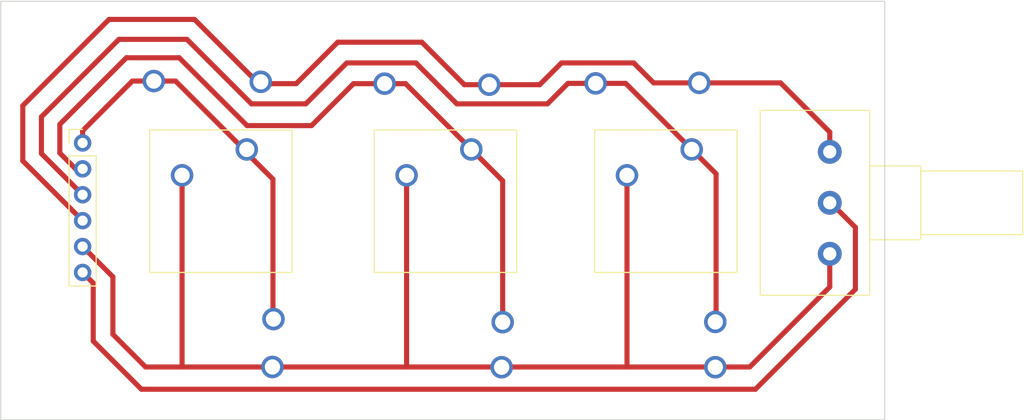
<source format=kicad_pcb>
(kicad_pcb (version 20211014) (generator pcbnew)
  (layers (0 "F.Cu" signal) (31 "B.Cu" signal) (36 "B.SilkS" user "B.Silkscreen") (37 "F.SilkS" user "F.Silkscreen") (38 "B.Mask" user) (39 "F.Mask" user) (44 "Edge.Cuts" user))
  (net 0 "")
  (footprint "" (layer "F.Cu") (at 69.6214 54.102)
    (fp_text reference "" (at 0 0) (layer "F.SilkS") (effects (font (size 1.27 1.27))))
    (fp_text value "" (at 0 0) (layer "F.SilkS") (effects (font (size 1.27 1.27))))
    (pad "" np_thru_hole circle (at 0 0) (size 2.2 2.2) (drill 1.5) (layers F&B.Cu *.Mask))
  )
  (footprint "" (layer "F.Cu") (at 112.9538 58.8264)
    (fp_text reference "" (at 0 0) (layer "F.SilkS") (effects (font (size 1.27 1.27))))
    (fp_text value "" (at 0 0) (layer "F.SilkS") (effects (font (size 1.27 1.27))))
    (pad "" np_thru_hole circle (at 0 0) (size 2.2 2.2) (drill 1.5) (layers F&B.Cu *.Mask))
  )
  (footprint "" (layer "F.Cu") (at 69.5198 58.801)
    (fp_text reference "" (at 0 0) (layer "F.SilkS") (effects (font (size 1.27 1.27))))
    (fp_text value "" (at 0 0) (layer "F.SilkS") (effects (font (size 1.27 1.27))))
    (pad "" np_thru_hole circle (at 0 0) (size 2.2 2.2) (drill 1.5) (layers F&B.Cu *.Mask))
  )
  (footprint "" (layer "F.Cu") (at 80.518 31.0134)
    (fp_text reference "" (at 0 0) (layer "F.SilkS") (effects (font (size 1.27 1.27))))
    (fp_text value "" (at 0 0) (layer "F.SilkS") (effects (font (size 1.27 1.27))))
    (pad "" np_thru_hole circle (at 0 0) (size 2.2 2.2) (drill 1.5) (layers F&B.Cu *.Mask))
  )
  (footprint "" (layer "F.Cu") (at 57.8866 30.7594)
    (fp_text reference "" (at 0 0) (layer "F.SilkS") (effects (font (size 1.27 1.27))))
    (fp_text value "" (at 0 0) (layer "F.SilkS") (effects (font (size 1.27 1.27))))
    (pad "" np_thru_hole circle (at 0 0) (size 2.2 2.2) (drill 1.5) (layers F&B.Cu *.Mask))
  )
  (footprint "Button_Switch_Keyboard:SW_Cherry_MX_1.00u_Plate" (layer "F.Cu") (at 110.6424 37.465)
    (fp_text reference "REF**" hide)
    (fp_text value "SW_Cherry_MX_1.00u_Plate" hide)
    (fp_line (start -9.525 12.065) (end -9.525 -1.905) (layer "F.SilkS") (width 0.12))
    (fp_line (start -9.525 -1.905) (end 4.445 -1.905) (layer "F.SilkS") (width 0.12))
    (fp_line (start 4.445 -1.905) (end 4.445 12.065) (layer "F.SilkS") (width 0.12))
    (fp_line (start 4.445 12.065) (end -9.525 12.065) (layer "F.SilkS") (width 0.12))
    (pad "" np_thru_hole circle (at 0 0) (size 2.2 2.2) (drill 1.5) (layers F&B.Cu *.Mask))
    (pad "" np_thru_hole circle (at -2.54 5.08) (size 4 4) (drill 4) (layers *.Cu *.Mask))
    (pad "" np_thru_hole circle (at -6.35 2.54) (size 2.2 2.2) (drill 1.5) (layers F&B.Cu *.Mask))
  )
  (footprint "" (layer "F.Cu") (at 101.219 30.988)
    (fp_text reference "" (at 0 0) (layer "F.SilkS") (effects (font (size 1.27 1.27))))
    (fp_text value "" (at 0 0) (layer "F.SilkS") (effects (font (size 1.27 1.27))))
    (pad "" np_thru_hole circle (at 0 0) (size 2.2 2.2) (drill 1.5) (layers F&B.Cu *.Mask))
  )
  (footprint "" (layer "F.Cu") (at 90.7796 31.115)
    (fp_text reference "" (at 0 0) (layer "F.SilkS") (effects (font (size 1.27 1.27))))
    (fp_text value "" (at 0 0) (layer "F.SilkS") (effects (font (size 1.27 1.27))))
    (pad "" np_thru_hole circle (at 0 0) (size 2.2 2.2) (drill 1.5) (layers F&B.Cu *.Mask))
  )
  (footprint "" (layer "F.Cu") (at 91.9988 58.8264)
    (fp_text reference "" (at 0 0) (layer "F.SilkS") (effects (font (size 1.27 1.27))))
    (fp_text value "" (at 0 0) (layer "F.SilkS") (effects (font (size 1.27 1.27))))
    (pad "" np_thru_hole circle (at 0 0) (size 2.2 2.2) (drill 1.5) (layers F&B.Cu *.Mask))
  )
  (footprint "Connector_PinHeader_2.54mm:PinHeader_1x06_P2.54mm_Vertical" (layer "F.Cu") (at 50.9016 36.83)
    (fp_text reference "REF**" hide)
    (fp_text value "PinHeader_1x06_P2.54mm_Vertical" hide)
    (fp_line (start -1.33 14.03) (end 1.33 14.03) (layer "F.SilkS") (width 0.12))
    (fp_line (start 1.33 1.27) (end 1.33 14.03) (layer "F.SilkS") (width 0.12))
    (fp_line (start -1.33 1.27) (end -1.33 14.03) (layer "F.SilkS") (width 0.12))
    (fp_line (start -1.33 -1.33) (end 0 -1.33) (layer "F.SilkS") (width 0.12))
    (fp_line (start -1.33 0) (end -1.33 -1.33) (layer "F.SilkS") (width 0.12))
    (fp_line (start -1.33 1.27) (end 1.33 1.27) (layer "F.SilkS") (width 0.12))
    (pad "" np_thru_hole oval (at 0 7.62) (size 1.7 1.7) (drill 1) (layers F&B.Cu *.Mask))
    (pad "" np_thru_hole oval (at 0 10.16) (size 1.7 1.7) (drill 1) (layers F&B.Cu *.Mask))
    (pad "" np_thru_hole oval (at 0 12.7) (size 1.7 1.7) (drill 1) (layers F&B.Cu *.Mask))
    (pad "" np_thru_hole oval (at 0 5.08) (size 1.7 1.7) (drill 1) (layers F&B.Cu *.Mask))
    (pad "" np_thru_hole oval (at 0 2.54) (size 1.7 1.7) (drill 1) (layers F&B.Cu *.Mask))
    (pad "" np_thru_hole circle (at 0 0) (size 1.7 1.7) (drill 1) (layers F&B.Cu *.Mask))
  )
  (footprint "Button_Switch_Keyboard:SW_Cherry_MX_1.00u_Plate" (layer "F.Cu") (at 67.0052 37.465)
    (fp_text reference "REF**" hide)
    (fp_text value "SW_Cherry_MX_1.00u_Plate" hide)
    (fp_line (start -9.525 -1.905) (end 4.445 -1.905) (layer "F.SilkS") (width 0.12))
    (fp_line (start -9.525 12.065) (end -9.525 -1.905) (layer "F.SilkS") (width 0.12))
    (fp_line (start 4.445 12.065) (end -9.525 12.065) (layer "F.SilkS") (width 0.12))
    (fp_line (start 4.445 -1.905) (end 4.445 12.065) (layer "F.SilkS") (width 0.12))
    (pad "" np_thru_hole circle (at -2.54 5.08) (size 4 4) (drill 4) (layers F&B.Cu *.Mask))
    (pad "" np_thru_hole circle (at 0 0) (size 2.2 2.2) (drill 1.5) (layers F&B.Cu *.Mask))
    (pad "" np_thru_hole circle (at -6.35 2.54) (size 2.2 2.2) (drill 1.5) (layers F&B.Cu *.Mask))
  )
  (footprint "" (layer "F.Cu") (at 68.3768 30.8356)
    (fp_text reference "" (at 0 0) (layer "F.SilkS") (effects (font (size 1.27 1.27))))
    (fp_text value "" (at 0 0) (layer "F.SilkS") (effects (font (size 1.27 1.27))))
    (pad "" np_thru_hole circle (at 0 0) (size 2.2 2.2) (drill 1.5) (layers F&B.Cu *.Mask))
  )
  (footprint "" (layer "F.Cu") (at 111.379 30.9372)
    (fp_text reference "" (at 0 0) (layer "F.SilkS") (effects (font (size 1.27 1.27))))
    (fp_text value "" (at 0 0) (layer "F.SilkS") (effects (font (size 1.27 1.27))))
    (pad "" np_thru_hole circle (at 0 0) (size 2.2 2.2) (drill 1.5) (layers F&B.Cu *.Mask))
  )
  (footprint "" (layer "F.Cu") (at 92.1004 54.4068)
    (fp_text reference "" (at 0 0) (layer "F.SilkS") (effects (font (size 1.27 1.27))))
    (fp_text value "" (at 0 0) (layer "F.SilkS") (effects (font (size 1.27 1.27))))
    (pad "" np_thru_hole circle (at 0 0) (size 2.2 2.2) (drill 1.5) (layers F&B.Cu *.Mask))
  )
  (footprint "Button_Switch_Keyboard:SW_Cherry_MX_1.00u_Plate" (layer "F.Cu") (at 89.027 37.465)
    (fp_text reference "REF**" hide)
    (fp_text value "SW_Cherry_MX_1.00u_Plate" hide)
    (fp_line (start 4.445 12.065) (end -9.525 12.065) (layer "F.SilkS") (width 0.12))
    (fp_line (start -9.525 12.065) (end -9.525 -1.905) (layer "F.SilkS") (width 0.12))
    (fp_line (start 4.445 -1.905) (end 4.445 12.065) (layer "F.SilkS") (width 0.12))
    (fp_line (start -9.525 -1.905) (end 4.445 -1.905) (layer "F.SilkS") (width 0.12))
    (pad "" np_thru_hole circle (at -6.35 2.54) (size 2.2 2.2) (drill 1.5) (layers F&B.Cu *.Mask))
    (pad "" np_thru_hole circle (at -2.54 5.08) (size 4 4) (drill 4) (layers *.Cu *.Mask))
    (pad "" np_thru_hole circle (at 0 0) (size 2.2 2.2) (drill 1.5) (layers F&B.Cu *.Mask))
  )
  (footprint "" (layer "F.Cu") (at 112.9538 54.3814)
    (fp_text reference "" (at 0 0) (layer "F.SilkS") (effects (font (size 1.27 1.27))))
    (fp_text value "" (at 0 0) (layer "F.SilkS") (effects (font (size 1.27 1.27))))
    (pad "" np_thru_hole circle (at 0 0) (size 2.2 2.2) (drill 1.5) (layers F&B.Cu *.Mask))
  )
  (footprint "Potentiometer_THT:Potentiometer_Alps_RK163_Single_Horizontal" (layer "F.Cu") (at 124.1806 47.7012)
    (fp_text reference "REF**" hide)
    (fp_text value "Potentiometer_Alps_RK163_Single_Horizontal" hide)
    (fp_line (start -6.82 -14.07) (end -6.82 4.07) (layer "F.SilkS") (width 0.12))
    (fp_line (start 3.92 -14.07) (end 3.92 4.07) (layer "F.SilkS") (width 0.12))
    (fp_line (start 3.92 -8.62) (end 3.92 -1.38) (layer "F.SilkS") (width 0.12))
    (fp_line (start -6.82 -14.07) (end 3.92 -14.07) (layer "F.SilkS") (width 0.12))
    (fp_line (start 8.92 -8.12) (end 8.92 -1.879) (layer "F.SilkS") (width 0.12))
    (fp_line (start 18.92 -8.12) (end 18.92 -1.879) (layer "F.SilkS") (width 0.12))
    (fp_line (start 3.92 -1.38) (end 8.92 -1.38) (layer "F.SilkS") (width 0.12))
    (fp_line (start 3.92 -8.62) (end 8.92 -8.62) (layer "F.SilkS") (width 0.12))
    (fp_line (start 8.92 -8.12) (end 18.92 -8.12) (layer "F.SilkS") (width 0.12))
    (fp_line (start -6.82 4.07) (end 3.92 4.07) (layer "F.SilkS") (width 0.12))
    (fp_line (start 8.92 -1.879) (end 18.92 -1.879) (layer "F.SilkS") (width 0.12))
    (fp_line (start 8.92 -8.62) (end 8.92 -1.38) (layer "F.SilkS") (width 0.12))
    (pad "" np_thru_hole circle (at 0 -5) (size 2.34 2.34) (drill 1.3) (layers F&B.Cu *.Mask))
    (pad "" np_thru_hole circle (at 0 0) (size 2.34 2.34) (drill 1.3) (layers F&B.Cu *.Mask))
    (pad "" np_thru_hole circle (at 0 -10) (size 2.34 2.34) (drill 1.3) (layers F&B.Cu *.Mask))
  )
  (gr_rect (start 42.8752 22.9362) (end 129.5654 63.9826) (layer "Edge.Cuts") (width 0.1) (fill none))
  (segment (start 46.863 37.8714) (end 46.863 34.2646) (width 0.5) (layer "F.Cu") (net 0))
  (segment (start 113.03 54.3052) (end 113.03 39.8526) (width 0.5) (layer "F.Cu") (net 0))
  (segment (start 83.5914 28.9814) (end 87.6046 32.9946) (width 0.5) (layer "F.Cu") (net 0))
  (segment (start 69.5706 53.975) (end 69.5706 40.386) (width 0.5) (layer "F.Cu") (net 0))
  (segment (start 104.2924 58.7248) (end 104.2162 58.801) (width 0.25) (layer "F.Cu") (net 0))
  (segment (start 56.6674 60.9854) (end 51.943 56.261) (width 0.5) (layer "F.Cu") (net 0))
  (segment (start 67.31 30.1498) (end 68.2498 31.0896) (width 0.5) (layer "F.Cu") (net 0))
  (segment (start 60.7314 58.801) (end 57.0738 58.801) (width 0.5) (layer "F.Cu") (net 0))
  (segment (start 124.1806 37.7012) (end 124.1806 35.7632) (width 0.5) (layer "F.Cu") (net 0))
  (segment (start 61.8744 24.7142) (end 53.4924 24.7142) (width 0.5) (layer "F.Cu") (net 0))
  (segment (start 126.6952 51.181) (end 116.8908 60.9854) (width 0.5) (layer "F.Cu") (net 0))
  (segment (start 92.1004 54.4068) (end 92.1004 40.5384) (width 0.5) (layer "F.Cu") (net 0))
  (segment (start 69.5198 58.801) (end 82.7278 58.801) (width 0.5) (layer "F.Cu") (net 0))
  (segment (start 97.8662 28.9814) (end 104.9528 28.9814) (width 0.5) (layer "F.Cu") (net 0))
  (segment (start 53.8734 49.9618) (end 50.9016 46.99) (width 0.5) (layer "F.Cu") (net 0))
  (segment (start 75.9206 26.9494) (end 84.1756 26.9494) (width 0.5) (layer "F.Cu") (net 0))
  (segment (start 87.6046 32.9946) (end 96.4946 32.9946) (width 0.5) (layer "F.Cu") (net 0))
  (segment (start 104.2162 58.801) (end 116.332 58.801) (width 0.5) (layer "F.Cu") (net 0))
  (segment (start 112.9284 58.801) (end 113.1824 58.801) (width 0.25) (layer "F.Cu") (net 0))
  (segment (start 53.8734 55.6006) (end 53.8734 49.9618) (width 0.5) (layer "F.Cu") (net 0))
  (segment (start 96.4946 32.9946) (end 98.5012 30.988) (width 0.5) (layer "F.Cu") (net 0))
  (segment (start 104.2924 40.005) (end 104.2924 58.7248) (width 0.5) (layer "F.Cu") (net 0))
  (segment (start 80.518 31.0134) (end 77.47 31.0134) (width 0.5) (layer "F.Cu") (net 0))
  (segment (start 95.7326 31.115) (end 97.8662 28.9814) (width 0.5) (layer "F.Cu") (net 0))
  (segment (start 67.4624 32.9946) (end 72.7964 32.9946) (width 0.5) (layer "F.Cu") (net 0))
  (segment (start 53.4924 24.7142) (end 45.0342 33.1724) (width 0.5) (layer "F.Cu") (net 0))
  (segment (start 124.1806 50.9524) (end 124.1806 47.7012) (width 0.5) (layer "F.Cu") (net 0))
  (segment (start 84.1756 26.9494) (end 88.3412 31.115) (width 0.5) (layer "F.Cu") (net 0))
  (segment (start 57.0738 58.801) (end 53.8734 55.6006) (width 0.5) (layer "F.Cu") (net 0))
  (segment (start 104.1654 30.988) (end 110.6424 37.465) (width 0.5) (layer "F.Cu") (net 0))
  (segment (start 60.3758 28.4734) (end 55.1942 28.4734) (width 0.5) (layer "F.Cu") (net 0))
  (segment (start 67.0052 37.465) (end 66.7258 37.465) (width 0.5) (layer "F.Cu") (net 0))
  (segment (start 112.9538 54.3814) (end 113.03 54.3052) (width 0.25) (layer "F.Cu") (net 0))
  (segment (start 124.2568 42.672) (end 126.6952 45.1104) (width 0.5) (layer "F.Cu") (net 0))
  (segment (start 55.1942 28.4734) (end 48.6664 35.0012) (width 0.5) (layer "F.Cu") (net 0))
  (segment (start 55.7784 30.7594) (end 50.9016 35.6362) (width 0.5) (layer "F.Cu") (net 0))
  (segment (start 69.5706 40.386) (end 67.0052 37.8206) (width 0.5) (layer "F.Cu") (net 0))
  (segment (start 82.677 40.005) (end 82.677 58.7502) (width 0.5) (layer "F.Cu") (net 0))
  (segment (start 124.2276 42.7012) (end 124.2568 42.672) (width 0.25) (layer "F.Cu") (net 0))
  (segment (start 60.6552 40.005) (end 60.6552 58.7248) (width 0.5) (layer "F.Cu") (net 0))
  (segment (start 124.1806 35.7632) (end 119.3546 30.9372) (width 0.5) (layer "F.Cu") (net 0))
  (segment (start 45.0342 33.1724) (end 45.0342 38.5826) (width 0.5) (layer "F.Cu") (net 0))
  (segment (start 82.677 58.7502) (end 82.7278 58.801) (width 0.25) (layer "F.Cu") (net 0))
  (segment (start 90.7796 31.115) (end 95.7326 31.115) (width 0.5) (layer "F.Cu") (net 0))
  (segment (start 72.7964 32.9946) (end 76.8096 28.9814) (width 0.5) (layer "F.Cu") (net 0))
  (segment (start 68.5546 31.0134) (end 71.8566 31.0134) (width 0.5) (layer "F.Cu") (net 0))
  (segment (start 51.943 56.261) (end 51.943 50.5714) (width 0.5) (layer "F.Cu") (net 0))
  (segment (start 119.3546 30.9372) (end 111.379 30.9372) (width 0.5) (layer "F.Cu") (net 0))
  (segment (start 80.518 31.0134) (end 82.5754 31.0134) (width 0.5) (layer "F.Cu") (net 0))
  (segment (start 66.7258 37.465) (end 60.0202 30.7594) (width 0.5) (layer "F.Cu") (net 0))
  (segment (start 50.9016 35.6362) (end 50.9016 36.83) (width 0.5) (layer "F.Cu") (net 0))
  (segment (start 60.6552 58.7248) (end 60.7314 58.801) (width 0.25) (layer "F.Cu") (net 0))
  (segment (start 116.8908 60.9854) (end 56.6674 60.9854) (width 0.5) (layer "F.Cu") (net 0))
  (segment (start 91.9734 58.801) (end 91.9988 58.8264) (width 0.25) (layer "F.Cu") (net 0))
  (segment (start 67.31 30.1498) (end 61.8744 24.7142) (width 0.5) (layer "F.Cu") (net 0))
  (segment (start 113.03 39.8526) (end 110.6424 37.465) (width 0.5) (layer "F.Cu") (net 0))
  (segment (start 126.6952 45.1104) (end 126.6952 51.181) (width 0.5) (layer "F.Cu") (net 0))
  (segment (start 67.0306 35.1282) (end 60.3758 28.4734) (width 0.5) (layer "F.Cu") (net 0))
  (segment (start 101.219 30.988) (end 104.1654 30.988) (width 0.5) (layer "F.Cu") (net 0))
  (segment (start 73.3552 35.1282) (end 67.0306 35.1282) (width 0.5) (layer "F.Cu") (net 0))
  (segment (start 82.7278 58.801) (end 104.2162 58.801) (width 0.5) (layer "F.Cu") (net 0))
  (segment (start 46.863 34.2646) (end 54.4576 26.67) (width 0.5) (layer "F.Cu") (net 0))
  (segment (start 48.6664 37.8206) (end 50.2158 39.37) (width 0.5) (layer "F.Cu") (net 0))
  (segment (start 77.47 31.0134) (end 73.3552 35.1282) (width 0.5) (layer "F.Cu") (net 0))
  (segment (start 82.5754 31.0134) (end 89.027 37.465) (width 0.5) (layer "F.Cu") (net 0))
  (segment (start 104.9528 28.9814) (end 106.9086 30.9372) (width 0.5) (layer "F.Cu") (net 0))
  (segment (start 48.6664 35.0012) (end 48.6664 37.8206) (width 0.5) (layer "F.Cu") (net 0))
  (segment (start 61.1378 26.67) (end 67.4624 32.9946) (width 0.5) (layer "F.Cu") (net 0))
  (segment (start 124.1806 42.7012) (end 124.2276 42.7012) (width 0.25) (layer "F.Cu") (net 0))
  (segment (start 54.4576 26.67) (end 61.1378 26.67) (width 0.5) (layer "F.Cu") (net 0))
  (segment (start 106.9086 30.9372) (end 111.379 30.9372) (width 0.5) (layer "F.Cu") (net 0))
  (segment (start 69.5198 58.801) (end 60.7314 58.801) (width 0.5) (layer "F.Cu") (net 0))
  (segment (start 92.1004 40.5384) (end 89.027 37.465) (width 0.5) (layer "F.Cu") (net 0))
  (segment (start 76.8096 28.9814) (end 83.5914 28.9814) (width 0.5) (layer "F.Cu") (net 0))
  (segment (start 51.943 50.5714) (end 50.9016 49.53) (width 0.5) (layer "F.Cu") (net 0))
  (segment (start 60.0202 30.7594) (end 55.7784 30.7594) (width 0.5) (layer "F.Cu") (net 0))
  (segment (start 88.3412 31.115) (end 90.7796 31.115) (width 0.5) (layer "F.Cu") (net 0))
  (segment (start 113.3856 59.0042) (end 113.1824 58.801) (width 0.2) (layer "F.Cu") (net 0))
  (segment (start 50.9016 41.91) (end 46.863 37.8714) (width 0.5) (layer "F.Cu") (net 0))
  (segment (start 116.332 58.801) (end 124.1806 50.9524) (width 0.5) (layer "F.Cu") (net 0))
  (segment (start 45.0342 38.5826) (end 50.9016 44.45) (width 0.5) (layer "F.Cu") (net 0))
  (segment (start 71.8566 31.0134) (end 75.9206 26.9494) (width 0.5) (layer "F.Cu") (net 0))
  (segment (start 98.5012 30.988) (end 101.219 30.988) (width 0.5) (layer "F.Cu") (net 0))
  (segment (start 50.2158 39.37) (end 50.9016 39.37) (width 0.5) (layer "F.Cu") (net 0))
  (segment (start 69.5452 54.0004) (end 69.5706 53.975) (width 0.5) (layer "F.Cu") (net 0))
)
</source>
